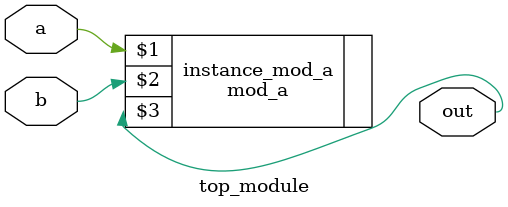
<source format=v>
module top_module ( input a, input b, output out );
    mod_a instance_mod_a(a, b, out);
endmodule


</source>
